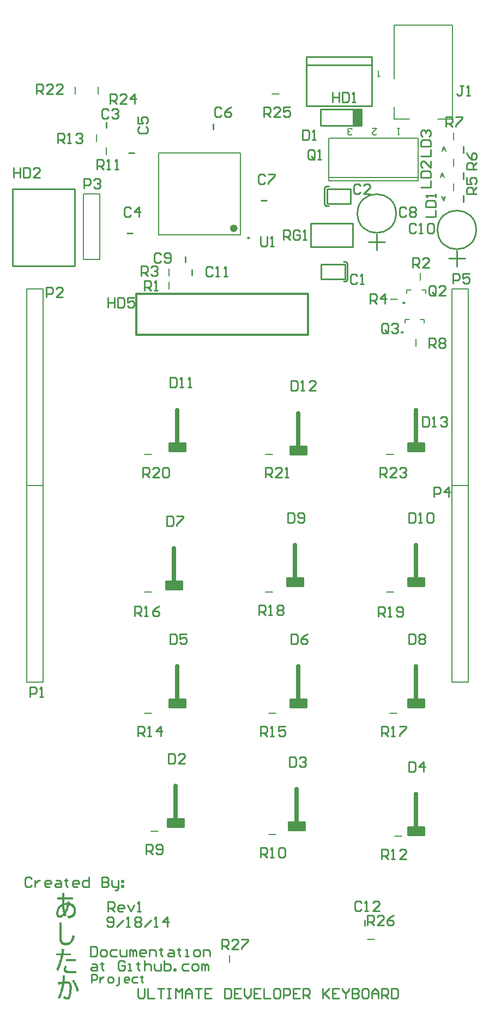
<source format=gto>
%FSLAX25Y25*%
%MOIN*%
G70*
G01*
G75*
%ADD10R,0.03543X0.04331*%
%ADD11R,0.03900X0.05900*%
%ADD12R,0.12900X0.05900*%
%ADD13R,0.03937X0.05118*%
%ADD14R,0.03900X0.04300*%
%ADD15R,0.03150X0.03150*%
%ADD16R,0.08661X0.09843*%
%ADD17R,0.07874X0.01969*%
%ADD18O,0.02165X0.06890*%
%ADD19O,0.06890X0.02165*%
%ADD20R,0.03150X0.06299*%
%ADD21R,0.04300X0.03900*%
%ADD22R,0.05118X0.03937*%
%ADD23C,0.00800*%
%ADD24C,0.02000*%
%ADD25C,0.02500*%
%ADD26C,0.01000*%
%ADD27C,0.01200*%
%ADD28C,0.10000*%
%ADD29C,0.09055*%
%ADD30R,0.09055X0.09055*%
%ADD31O,0.17716X0.07874*%
%ADD32O,0.15748X0.07874*%
%ADD33O,0.07874X0.15748*%
%ADD34C,0.05906*%
%ADD35C,0.05906*%
%ADD36C,0.06000*%
%ADD37O,0.07000X0.13000*%
%ADD38C,0.08000*%
%ADD39R,0.07000X0.13000*%
%ADD40C,0.06200*%
%ADD41R,0.06200X0.06200*%
%ADD42R,0.05906X0.05906*%
%ADD43R,0.06000X0.06000*%
%ADD44C,0.03543*%
%ADD45R,0.10000X0.07000*%
%ADD46O,0.10000X0.07000*%
%ADD47C,0.08700*%
%ADD48C,0.15700*%
%ADD49R,0.10000X0.07000*%
%ADD50C,0.05000*%
%ADD51C,0.00984*%
%ADD52C,0.02362*%
%ADD53C,0.00787*%
%ADD54C,0.00591*%
G36*
X233019Y203659D02*
X238273D01*
Y202351D01*
X233019D01*
Y200066D01*
X233058D01*
X233175Y200085D01*
X233351Y200105D01*
X233586Y200144D01*
X233878Y200183D01*
X234191Y200222D01*
X234542Y200242D01*
X234894Y200281D01*
Y200300D01*
X234914Y200359D01*
Y200457D01*
X234933Y200593D01*
Y200749D01*
X234953Y200945D01*
Y201140D01*
Y201374D01*
X236339Y201101D01*
Y201081D01*
X236320Y201023D01*
Y200945D01*
X236300Y200828D01*
X236281Y200710D01*
X236242Y200554D01*
X236203Y200203D01*
X236222D01*
X236281Y200183D01*
X236378Y200164D01*
X236496Y200144D01*
X236652Y200105D01*
X236828Y200046D01*
X237218Y199910D01*
X237667Y199734D01*
X238117Y199519D01*
X238566Y199226D01*
X238761Y199070D01*
X238956Y198894D01*
X238976Y198875D01*
X239015Y198836D01*
X239073Y198757D01*
X239152Y198660D01*
X239249Y198543D01*
X239347Y198386D01*
X239464Y198211D01*
X239581Y198015D01*
X239679Y197781D01*
X239796Y197527D01*
X239894Y197254D01*
X239972Y196961D01*
X240050Y196648D01*
X240109Y196316D01*
X240128Y195945D01*
Y195574D01*
Y195554D01*
Y195476D01*
Y195379D01*
X240109Y195222D01*
X240089Y195047D01*
X240070Y194832D01*
X240031Y194617D01*
X239991Y194363D01*
X239855Y193836D01*
X239659Y193289D01*
X239542Y193016D01*
X239405Y192762D01*
X239230Y192508D01*
X239035Y192273D01*
X239015Y192254D01*
X238976Y192215D01*
X238917Y192156D01*
X238820Y192078D01*
X238702Y191981D01*
X238566Y191863D01*
X238390Y191746D01*
X238195Y191609D01*
X237960Y191473D01*
X237706Y191336D01*
X237414Y191199D01*
X237101Y191063D01*
X236769Y190945D01*
X236398Y190828D01*
X236007Y190711D01*
X235578Y190633D01*
X234816Y192137D01*
X234836D01*
X234914Y192156D01*
X235011Y192176D01*
X235168Y192195D01*
X235343Y192215D01*
X235539Y192273D01*
X235753Y192313D01*
X235988Y192371D01*
X236476Y192508D01*
X236984Y192683D01*
X237199Y192801D01*
X237414Y192918D01*
X237609Y193035D01*
X237785Y193172D01*
X237804Y193191D01*
X237824Y193211D01*
X237882Y193270D01*
X237941Y193328D01*
X238019Y193426D01*
X238097Y193543D01*
X238195Y193680D01*
X238292Y193836D01*
X238370Y194031D01*
X238468Y194246D01*
X238527Y194480D01*
X238605Y194734D01*
X238644Y195027D01*
X238683Y195340D01*
X238702Y195691D01*
X238683Y196062D01*
Y196082D01*
X238663Y196160D01*
Y196277D01*
X238624Y196433D01*
X238566Y196609D01*
X238507Y196824D01*
X238409Y197039D01*
X238292Y197273D01*
X238136Y197508D01*
X237960Y197761D01*
X237726Y197996D01*
X237472Y198230D01*
X237160Y198425D01*
X236808Y198621D01*
X236398Y198777D01*
X235929Y198894D01*
Y198855D01*
X235910Y198757D01*
X235871Y198601D01*
X235812Y198386D01*
X235753Y198132D01*
X235656Y197820D01*
X235558Y197488D01*
X235460Y197117D01*
X235324Y196726D01*
X235187Y196316D01*
X234855Y195476D01*
X234464Y194637D01*
X234230Y194246D01*
X233996Y193855D01*
Y193836D01*
X234035Y193758D01*
X234074Y193660D01*
X234132Y193523D01*
X234210Y193367D01*
X234289Y193191D01*
X234484Y192820D01*
X233371Y191863D01*
Y191883D01*
X233351Y191922D01*
X233312Y192000D01*
X233273Y192078D01*
X233136Y192313D01*
X232961Y192605D01*
X232941Y192586D01*
X232902Y192547D01*
X232824Y192469D01*
X232726Y192371D01*
X232590Y192254D01*
X232453Y192137D01*
X232277Y192000D01*
X232082Y191863D01*
X231652Y191590D01*
X231183Y191356D01*
X230929Y191258D01*
X230676Y191180D01*
X230402Y191141D01*
X230129Y191121D01*
X230090D01*
X229992Y191141D01*
X229836Y191160D01*
X229641Y191219D01*
X229406Y191297D01*
X229172Y191434D01*
X228918Y191609D01*
X228684Y191863D01*
X228644Y191902D01*
X228566Y192019D01*
X228469Y192215D01*
X228351Y192469D01*
X228215Y192820D01*
X228117Y193230D01*
X228059Y193699D01*
Y194265D01*
Y194285D01*
Y194344D01*
X228078Y194422D01*
X228098Y194539D01*
X228117Y194695D01*
X228137Y194871D01*
X228176Y195066D01*
X228234Y195262D01*
X228351Y195730D01*
X228527Y196257D01*
X228742Y196785D01*
X229016Y197312D01*
X229035Y197332D01*
X229055Y197390D01*
X229113Y197468D01*
X229191Y197566D01*
X229289Y197703D01*
X229406Y197859D01*
X229543Y198015D01*
X229719Y198191D01*
X230090Y198582D01*
X230539Y198972D01*
X231066Y199343D01*
X231652Y199656D01*
Y202351D01*
X228527D01*
Y203659D01*
X231652D01*
Y206355D01*
X233019D01*
Y203659D01*
D02*
G37*
G36*
X231367Y178926D02*
Y178906D01*
Y178847D01*
Y178769D01*
X231387Y178652D01*
Y178515D01*
X231406Y178340D01*
X231445Y177988D01*
X231523Y177578D01*
X231641Y177187D01*
X231777Y176816D01*
X231875Y176640D01*
X231992Y176504D01*
X232031Y176484D01*
X232129Y176406D01*
X232187Y176367D01*
X232285Y176309D01*
X232402Y176250D01*
X232539Y176211D01*
X232715Y176152D01*
X232890Y176094D01*
X233105Y176055D01*
X233340Y176016D01*
X233594Y175977D01*
X233887Y175957D01*
X234609D01*
X234687Y175977D01*
X234804Y175996D01*
X234922Y176016D01*
X235078Y176055D01*
X235410Y176152D01*
X235781Y176328D01*
X235976Y176445D01*
X236172Y176582D01*
X236367Y176738D01*
X236562Y176914D01*
X236738Y177109D01*
X236894Y177344D01*
Y177363D01*
X236933Y177402D01*
X236972Y177461D01*
X237011Y177558D01*
X237089Y177676D01*
X237148Y177812D01*
X237226Y177988D01*
X237304Y178183D01*
X237402Y178398D01*
X237480Y178652D01*
X237578Y178926D01*
X237656Y179238D01*
X237734Y179570D01*
X237812Y179922D01*
X237871Y180312D01*
X237929Y180722D01*
X239453Y180039D01*
Y180019D01*
X239433Y179980D01*
Y179902D01*
X239413Y179804D01*
X239374Y179668D01*
X239335Y179511D01*
X239296Y179355D01*
X239238Y179160D01*
X239101Y178730D01*
X238925Y178261D01*
X238710Y177734D01*
X238437Y177226D01*
X238105Y176699D01*
X237714Y176172D01*
X237285Y175703D01*
X236777Y175273D01*
X236484Y175078D01*
X236191Y174922D01*
X235859Y174766D01*
X235527Y174629D01*
X235175Y174531D01*
X234804Y174453D01*
X234394Y174414D01*
X233984Y174395D01*
X233633D01*
X233437Y174414D01*
X233242Y174434D01*
X233008Y174453D01*
X232773Y174492D01*
X232265Y174609D01*
X231992Y174688D01*
X231738Y174785D01*
X231504Y174902D01*
X231270Y175059D01*
X231055Y175215D01*
X230879Y175410D01*
Y175430D01*
X230840Y175469D01*
X230801Y175527D01*
X230742Y175605D01*
X230684Y175723D01*
X230625Y175859D01*
X230547Y176035D01*
X230469Y176230D01*
X230371Y176465D01*
X230293Y176719D01*
X230215Y177012D01*
X230156Y177324D01*
X230098Y177676D01*
X230039Y178066D01*
X230000Y178476D01*
X229980Y178926D01*
Y188456D01*
X231367D01*
Y178926D01*
D02*
G37*
G36*
X453000Y241500D02*
X443000D01*
Y246500D01*
X453000D01*
Y241500D01*
D02*
G37*
G36*
X306000Y246500D02*
X296000D01*
Y251500D01*
X306000D01*
Y246500D01*
D02*
G37*
G36*
X380000Y244500D02*
X370000D01*
Y249500D01*
X380000D01*
Y244500D01*
D02*
G37*
G36*
X238667Y153484D02*
X238745Y153405D01*
X238863Y153249D01*
X239019Y153034D01*
X239214Y152761D01*
X239429Y152429D01*
X239663Y152058D01*
X239917Y151628D01*
X240191Y151140D01*
X240464Y150613D01*
X240738Y150046D01*
X241011Y149441D01*
X241284Y148777D01*
X241538Y148093D01*
X241753Y147371D01*
X241968Y146609D01*
X240581Y146004D01*
Y146023D01*
X240562Y146082D01*
X240542Y146179D01*
X240503Y146316D01*
X240464Y146492D01*
X240406Y146687D01*
X240347Y146922D01*
X240269Y147156D01*
X240191Y147429D01*
X240093Y147722D01*
X239898Y148347D01*
X239644Y149031D01*
X239351Y149714D01*
Y149734D01*
X239312Y149793D01*
X239273Y149890D01*
X239214Y150007D01*
X239136Y150163D01*
X239058Y150320D01*
X238960Y150515D01*
X238843Y150730D01*
X238570Y151199D01*
X238277Y151667D01*
X237925Y152156D01*
X237554Y152624D01*
X238648Y153523D01*
X238667Y153484D01*
D02*
G37*
G36*
X233472Y155808D02*
Y155788D01*
Y155710D01*
Y155612D01*
X233453Y155476D01*
Y155300D01*
X233433Y155085D01*
Y154851D01*
X233414Y154597D01*
X233375Y154050D01*
X233316Y153445D01*
X233238Y152820D01*
X233140Y152214D01*
X233297D01*
X233414Y152234D01*
X233687D01*
X234039Y152253D01*
X234410D01*
X234781Y152273D01*
X235504D01*
X235601Y152253D01*
X235738Y152214D01*
X235914Y152156D01*
X236089Y152077D01*
X236285Y151980D01*
X236480Y151843D01*
X236675Y151667D01*
X236871Y151433D01*
X237066Y151179D01*
X237222Y150847D01*
X237359Y150476D01*
X237456Y150046D01*
X237535Y149539D01*
X237554Y148972D01*
Y148953D01*
Y148894D01*
Y148777D01*
Y148640D01*
Y148464D01*
X237535Y148269D01*
Y148035D01*
X237515Y147761D01*
X237496Y147488D01*
X237476Y147176D01*
X237417Y146531D01*
X237339Y145828D01*
X237242Y145105D01*
X237105Y144383D01*
X236929Y143680D01*
X236714Y143016D01*
X236597Y142723D01*
X236480Y142430D01*
X236343Y142176D01*
X236187Y141922D01*
X236011Y141727D01*
X235836Y141531D01*
X235660Y141395D01*
X235445Y141277D01*
X235230Y141219D01*
X234996Y141180D01*
X234878D01*
X234800Y141199D01*
X234703Y141219D01*
X234566Y141238D01*
X234254Y141316D01*
X233882Y141434D01*
X233453Y141609D01*
X233219Y141727D01*
X232965Y141863D01*
X232711Y142019D01*
X232437Y142195D01*
X233062Y143504D01*
X233082D01*
X233101Y143465D01*
X233219Y143367D01*
X233394Y143211D01*
X233629Y143055D01*
X233902Y142898D01*
X234195Y142742D01*
X234527Y142645D01*
X234683Y142625D01*
X234859Y142605D01*
X234878D01*
X234957Y142645D01*
X235074Y142703D01*
X235132Y142762D01*
X235210Y142840D01*
X235289Y142937D01*
X235367Y143055D01*
X235445Y143211D01*
X235523Y143406D01*
X235601Y143621D01*
X235679Y143855D01*
X235757Y144148D01*
X235816Y144480D01*
Y144500D01*
X235836Y144558D01*
X235855Y144656D01*
X235875Y144793D01*
X235894Y144969D01*
X235933Y145164D01*
X235953Y145398D01*
X235992Y145652D01*
X236031Y145925D01*
X236050Y146238D01*
X236089Y146551D01*
X236109Y146902D01*
X236148Y147625D01*
X236168Y148406D01*
Y148425D01*
Y148464D01*
Y148543D01*
Y148660D01*
Y148777D01*
X236148Y148914D01*
X236128Y149246D01*
X236109Y149597D01*
X236050Y149949D01*
X235992Y150281D01*
X235933Y150437D01*
X235894Y150554D01*
Y150574D01*
X235855Y150632D01*
X235796Y150710D01*
X235738Y150808D01*
X235640Y150886D01*
X235523Y150964D01*
X235367Y151023D01*
X235210Y151042D01*
X235113D01*
X234976Y151023D01*
X234781D01*
X234644Y151003D01*
X234488Y150984D01*
X234312Y150964D01*
X234097Y150945D01*
X233863Y150925D01*
X233609Y150906D01*
X233316Y150867D01*
X233004Y150828D01*
Y150808D01*
Y150769D01*
X232984Y150691D01*
X232965Y150593D01*
X232945Y150476D01*
X232926Y150320D01*
X232887Y150144D01*
X232847Y149949D01*
X232808Y149734D01*
X232769Y149480D01*
X232652Y148953D01*
X232515Y148347D01*
X232359Y147703D01*
X232164Y147000D01*
X231969Y146257D01*
X231715Y145476D01*
X231461Y144695D01*
X231168Y143894D01*
X230836Y143094D01*
X230484Y142293D01*
X230094Y141531D01*
X228980Y142273D01*
X229000Y142313D01*
X229059Y142430D01*
X229156Y142605D01*
X229273Y142859D01*
X229430Y143191D01*
X229586Y143582D01*
X229781Y144031D01*
X229977Y144558D01*
X230191Y145125D01*
X230387Y145769D01*
X230602Y146453D01*
X230816Y147176D01*
X231012Y147976D01*
X231207Y148816D01*
X231383Y149695D01*
X231539Y150613D01*
X231480D01*
X231422Y150593D01*
X231324D01*
X231226Y150574D01*
X231090Y150554D01*
X230797Y150535D01*
X230445Y150496D01*
X230074Y150437D01*
X229273Y150339D01*
X228980Y151804D01*
X229254D01*
X229371Y151824D01*
X229508D01*
X229664Y151843D01*
X229840Y151863D01*
X230055D01*
X230289Y151902D01*
X230523Y151921D01*
X230797Y151960D01*
X231090Y151980D01*
X231422Y152038D01*
X231754Y152077D01*
Y152097D01*
Y152156D01*
X231773Y152253D01*
X231793Y152390D01*
Y152566D01*
X231812Y152761D01*
X231832Y152976D01*
X231871Y153230D01*
X231890Y153503D01*
X231910Y153816D01*
X231929Y154128D01*
X231949Y154460D01*
X231988Y155183D01*
X232027Y155944D01*
X233472Y155808D01*
D02*
G37*
G36*
X234562Y161437D02*
Y161418D01*
X234523Y161398D01*
X234445Y161281D01*
X234347Y161086D01*
X234230Y160851D01*
X234093Y160578D01*
X233996Y160285D01*
X233937Y159953D01*
Y159641D01*
Y159621D01*
X233957Y159601D01*
X233996Y159484D01*
X234074Y159348D01*
X234152Y159250D01*
X234230Y159172D01*
X234347Y159074D01*
X234484Y158996D01*
X234640Y158898D01*
X234836Y158840D01*
X235050Y158781D01*
X235304Y158723D01*
X235597Y158703D01*
X235929Y158684D01*
X240284D01*
Y157180D01*
X235656D01*
X235558Y157199D01*
X235421D01*
X235285Y157219D01*
X234953Y157258D01*
X234582Y157355D01*
X234191Y157473D01*
X233800Y157629D01*
X233449Y157863D01*
X233429Y157883D01*
X233410Y157902D01*
X233293Y158019D01*
X233136Y158195D01*
X232941Y158430D01*
X232785Y158742D01*
X232629Y159113D01*
X232590Y159309D01*
X232551Y159523D01*
X232531Y159758D01*
X232551Y159992D01*
Y160012D01*
Y160051D01*
X232570Y160109D01*
X232590Y160187D01*
X232648Y160402D01*
X232726Y160695D01*
X232843Y161027D01*
X233019Y161398D01*
X233254Y161789D01*
X233527Y162199D01*
X234562Y161437D01*
D02*
G37*
G36*
X239874Y164757D02*
X233859D01*
Y166066D01*
X239874D01*
Y164757D01*
D02*
G37*
G36*
X232961Y172081D02*
Y172062D01*
Y172022D01*
X232941Y171944D01*
Y171866D01*
X232922Y171730D01*
X232902Y171593D01*
X232863Y171261D01*
X232824Y170870D01*
X232765Y170421D01*
X232707Y169933D01*
X232629Y169445D01*
X236906D01*
Y168136D01*
X232355D01*
Y168116D01*
X232336Y168078D01*
Y167999D01*
X232316Y167902D01*
X232277Y167765D01*
X232238Y167628D01*
X232199Y167433D01*
X232160Y167238D01*
X232101Y167023D01*
X232043Y166769D01*
X231926Y166242D01*
X231769Y165636D01*
X231574Y164972D01*
X231379Y164250D01*
X231144Y163488D01*
X230890Y162707D01*
X230597Y161906D01*
X230305Y161086D01*
X229973Y160285D01*
X229602Y159465D01*
X229230Y158684D01*
X228000Y159582D01*
Y159601D01*
X228019Y159621D01*
X228059Y159680D01*
X228098Y159758D01*
X228137Y159855D01*
X228195Y159953D01*
X228332Y160246D01*
X228488Y160598D01*
X228684Y161008D01*
X228879Y161496D01*
X229113Y162043D01*
X229348Y162648D01*
X229582Y163312D01*
X229816Y164015D01*
X230070Y164757D01*
X230285Y165558D01*
X230500Y166378D01*
X230715Y167238D01*
X230890Y168136D01*
X228137D01*
Y169445D01*
X231105D01*
Y169464D01*
X231125Y169503D01*
Y169581D01*
X231144Y169699D01*
X231164Y169835D01*
X231203Y169991D01*
X231222Y170167D01*
X231261Y170362D01*
X231320Y170792D01*
X231379Y171300D01*
X231418Y171808D01*
X231457Y172354D01*
X232961Y172081D01*
D02*
G37*
G36*
X381000Y474000D02*
X371000D01*
Y479000D01*
X381000D01*
Y474000D01*
D02*
G37*
G36*
X453000Y393500D02*
X443000D01*
Y398500D01*
X453000D01*
Y393500D01*
D02*
G37*
G36*
X379000D02*
X369000D01*
Y398500D01*
X379000D01*
Y393500D01*
D02*
G37*
G36*
X414500Y674500D02*
X409500D01*
Y684500D01*
X414500D01*
Y674500D01*
D02*
G37*
G36*
X453000Y476000D02*
X443000D01*
Y481000D01*
X453000D01*
Y476000D01*
D02*
G37*
G36*
X307000D02*
X297000D01*
Y481000D01*
X307000D01*
Y476000D01*
D02*
G37*
G36*
X381000Y319500D02*
X371000D01*
Y324500D01*
X381000D01*
Y319500D01*
D02*
G37*
G36*
X453000D02*
X443000D01*
Y324500D01*
X453000D01*
Y319500D01*
D02*
G37*
G36*
X305000Y391500D02*
X295000D01*
Y396500D01*
X305000D01*
Y391500D01*
D02*
G37*
G36*
X307000Y319500D02*
X297000D01*
Y324500D01*
X307000D01*
Y319500D01*
D02*
G37*
%LPC*%
G36*
X231652Y198211D02*
X231633D01*
X231613Y198171D01*
X231555Y198132D01*
X231476Y198093D01*
X231301Y197937D01*
X231066Y197761D01*
X230812Y197527D01*
X230539Y197273D01*
X230285Y196980D01*
X230051Y196687D01*
Y196668D01*
X230012Y196629D01*
X229973Y196551D01*
X229934Y196453D01*
X229855Y196336D01*
X229797Y196199D01*
X229719Y196023D01*
X229641Y195828D01*
X229504Y195398D01*
X229387Y194910D01*
X229309Y194363D01*
X229289Y194070D01*
Y193777D01*
Y193758D01*
Y193738D01*
X229309Y193602D01*
X229348Y193426D01*
X229406Y193230D01*
X229504Y193016D01*
X229641Y192820D01*
X229816Y192683D01*
X229934Y192625D01*
X230051Y192605D01*
X230246D01*
X230363Y192625D01*
X230480Y192645D01*
X230793Y192723D01*
X230949Y192801D01*
X231144Y192879D01*
X231340Y192996D01*
X231535Y193133D01*
X231750Y193308D01*
X231965Y193504D01*
X232179Y193719D01*
X232394Y193992D01*
Y194012D01*
X232375Y194090D01*
X232336Y194207D01*
X232297Y194363D01*
X232238Y194558D01*
X232179Y194773D01*
X232121Y195047D01*
X232043Y195320D01*
X231984Y195633D01*
X231906Y195965D01*
X231789Y196687D01*
X231711Y197429D01*
X231652Y198211D01*
D02*
G37*
G36*
X234542Y199031D02*
X234406D01*
X234269Y199011D01*
X234074D01*
X233840Y198972D01*
X233586Y198933D01*
X233312Y198894D01*
X233019Y198816D01*
Y198406D01*
Y198386D01*
Y198347D01*
X233039Y198250D01*
Y198152D01*
Y198015D01*
X233058Y197859D01*
X233078Y197683D01*
X233097Y197488D01*
X233156Y197039D01*
X233234Y196551D01*
X233312Y196043D01*
X233429Y195515D01*
X233449Y195535D01*
X233468Y195594D01*
X233507Y195672D01*
X233566Y195789D01*
X233625Y195925D01*
X233703Y196101D01*
X233800Y196297D01*
X233878Y196531D01*
X233976Y196765D01*
X234074Y197039D01*
X234172Y197332D01*
X234250Y197644D01*
X234425Y198308D01*
X234542Y199031D01*
D02*
G37*
%LPD*%
D23*
X426000Y705115D02*
X425643Y704936D01*
X425107Y704401D01*
Y708150D01*
D25*
X448000Y478500D02*
Y501000D01*
X301000Y249000D02*
Y271500D01*
X375000Y247000D02*
Y269500D01*
X448000Y244000D02*
Y266500D01*
X302000Y322000D02*
Y344500D01*
X376000Y322000D02*
Y344500D01*
X300000Y394000D02*
Y416500D01*
X448000Y322000D02*
Y344500D01*
X374000Y396000D02*
Y418500D01*
X448000Y396000D02*
Y418500D01*
X302000Y478500D02*
Y501000D01*
X376000Y476500D02*
Y499000D01*
D26*
X484811Y611000D02*
G03*
X484811Y611000I-11811J0D01*
G01*
X435811Y621000D02*
G03*
X435811Y621000I-11811J0D01*
G01*
X383700Y600500D02*
Y615000D01*
X409300Y600500D02*
Y615000D01*
X383700Y600500D02*
X409300D01*
X383700Y615000D02*
X409300D01*
X416500Y186400D02*
Y189600D01*
X381000Y686500D02*
X421000D01*
X381000Y711500D02*
X421000D01*
X381000Y716500D02*
X421000D01*
X381000Y686500D02*
Y716500D01*
X421000Y686500D02*
Y716500D01*
X414500Y674500D02*
Y684500D01*
X409500Y674500D02*
Y684500D01*
X389500Y674500D02*
Y684500D01*
X414500D01*
X389500Y674500D02*
X414500D01*
X453000Y476000D02*
Y481000D01*
X443000Y476000D02*
Y481000D01*
Y476000D02*
X453000D01*
X443000Y481000D02*
X453000D01*
X473000Y588500D02*
Y598283D01*
X468000Y593500D02*
X478000D01*
X393000Y637500D02*
X394500D01*
X392000Y636500D02*
X393000Y637500D01*
X392000Y636000D02*
Y636500D01*
X393000Y625500D02*
X394500D01*
X392000Y626500D02*
X393000Y625500D01*
X392000Y626500D02*
Y627000D01*
Y636000D01*
X393500Y627000D02*
X408000D01*
X393500Y636000D02*
X408000D01*
X393500Y627000D02*
Y636000D01*
X408000Y627000D02*
Y636000D01*
X403500Y579500D02*
X405000D01*
X406000Y580500D01*
Y581000D01*
X403500Y591500D02*
X405000D01*
X406000Y590500D01*
Y590000D02*
Y590500D01*
Y581000D02*
Y590000D01*
X390000D02*
X404500D01*
X390000Y581000D02*
X404500D01*
Y590000D01*
X390000Y581000D02*
Y590000D01*
X258500Y673400D02*
Y676600D01*
X271400Y609000D02*
X274600D01*
X272400Y658000D02*
X275600D01*
X324000Y672400D02*
Y675600D01*
X353400Y629000D02*
X356600D01*
X424000Y598500D02*
Y608284D01*
X419000Y603500D02*
X429000D01*
X307000Y591400D02*
Y594600D01*
X311000Y583400D02*
Y586600D01*
X306000Y246500D02*
Y251500D01*
X296000Y246500D02*
Y251500D01*
Y246500D02*
X306000D01*
X296000Y251500D02*
X306000D01*
X380000Y244500D02*
Y249500D01*
X370000Y244500D02*
Y249500D01*
Y244500D02*
X380000D01*
X370000Y249500D02*
X380000D01*
X453000Y241500D02*
Y246500D01*
X443000Y241500D02*
Y246500D01*
Y241500D02*
X453000D01*
X443000Y246500D02*
X453000D01*
X307000Y319500D02*
Y324500D01*
X297000Y319500D02*
Y324500D01*
Y319500D02*
X307000D01*
X297000Y324500D02*
X307000D01*
X381000Y319500D02*
Y324500D01*
X371000Y319500D02*
Y324500D01*
Y319500D02*
X381000D01*
X371000Y324500D02*
X381000D01*
X305000Y391500D02*
Y396500D01*
X295000Y391500D02*
Y396500D01*
Y391500D02*
X305000D01*
X295000Y396500D02*
X305000D01*
X453000Y319500D02*
Y324500D01*
X443000Y319500D02*
Y324500D01*
Y319500D02*
X453000D01*
X443000Y324500D02*
X453000D01*
X379000Y393500D02*
Y398500D01*
X369000Y393500D02*
Y398500D01*
Y393500D02*
X379000D01*
X369000Y398500D02*
X379000D01*
X453000Y393500D02*
Y398500D01*
X443000Y393500D02*
Y398500D01*
Y393500D02*
X453000D01*
X443000Y398500D02*
X453000D01*
X307000Y476000D02*
Y481000D01*
X297000Y476000D02*
Y481000D01*
Y476000D02*
X307000D01*
X297000Y481000D02*
X307000D01*
X381000Y474000D02*
Y479000D01*
X371000Y474000D02*
Y479000D01*
Y474000D02*
X381000D01*
X371000Y479000D02*
X381000D01*
X430999Y549000D02*
Y552998D01*
X429999Y553998D01*
X428000D01*
X427000Y552998D01*
Y549000D01*
X428000Y548000D01*
X429999D01*
X428999Y549999D02*
X430999Y548000D01*
X429999D02*
X430999Y549000D01*
X432998Y552998D02*
X433998Y553998D01*
X435997D01*
X436997Y552998D01*
Y551999D01*
X435997Y550999D01*
X434997D01*
X435997D01*
X436997Y549999D01*
Y549000D01*
X435997Y548000D01*
X433998D01*
X432998Y549000D01*
X367000Y605000D02*
Y610998D01*
X369999D01*
X370999Y609998D01*
Y607999D01*
X369999Y606999D01*
X367000D01*
X368999D02*
X370999Y605000D01*
X376997Y609998D02*
X375997Y610998D01*
X373998D01*
X372998Y609998D01*
Y606000D01*
X373998Y605000D01*
X375997D01*
X376997Y606000D01*
Y607999D01*
X374997D01*
X378996Y605000D02*
X380995D01*
X379996D01*
Y610998D01*
X378996Y609998D01*
X385999Y655000D02*
Y658998D01*
X384999Y659998D01*
X383000D01*
X382000Y658998D01*
Y655000D01*
X383000Y654000D01*
X384999D01*
X383999Y655999D02*
X385999Y654000D01*
X384999D02*
X385999Y655000D01*
X387998Y654000D02*
X389997D01*
X388998D01*
Y659998D01*
X387998Y658998D01*
X329300Y172100D02*
Y178098D01*
X332299D01*
X333299Y177098D01*
Y175099D01*
X332299Y174099D01*
X329300D01*
X331299D02*
X333299Y172100D01*
X339297D02*
X335298D01*
X339297Y176099D01*
Y177098D01*
X338297Y178098D01*
X336298D01*
X335298Y177098D01*
X341296Y178098D02*
X345295D01*
Y177098D01*
X341296Y173100D01*
Y172100D01*
X414499Y200198D02*
X413499Y201198D01*
X411500D01*
X410500Y200198D01*
Y196200D01*
X411500Y195200D01*
X413499D01*
X414499Y196200D01*
X416498Y195200D02*
X418497D01*
X417498D01*
Y201198D01*
X416498Y200198D01*
X425495Y195200D02*
X421496D01*
X425495Y199199D01*
Y200198D01*
X424496Y201198D01*
X422496D01*
X421496Y200198D01*
X451002Y656000D02*
X457000D01*
Y659999D01*
X451002Y661998D02*
X457000D01*
Y664997D01*
X456000Y665997D01*
X452002D01*
X451002Y664997D01*
Y661998D01*
X452002Y667996D02*
X451002Y668996D01*
Y670995D01*
X452002Y671995D01*
X453001D01*
X454001Y670995D01*
Y669995D01*
Y670995D01*
X455001Y671995D01*
X456000D01*
X457000Y670995D01*
Y668996D01*
X456000Y667996D01*
X476999Y698998D02*
X474999D01*
X475999D01*
Y694000D01*
X474999Y693000D01*
X474000D01*
X473000Y694000D01*
X478998Y693000D02*
X480997D01*
X479998D01*
Y698998D01*
X478998Y697998D01*
X397000Y694998D02*
Y689000D01*
Y691999D01*
X400999D01*
Y694998D01*
Y689000D01*
X402998Y694998D02*
Y689000D01*
X405997D01*
X406997Y690000D01*
Y693998D01*
X405997Y694998D01*
X402998D01*
X408996Y689000D02*
X410995D01*
X409996D01*
Y694998D01*
X408996Y693998D01*
X259500Y569498D02*
Y563500D01*
Y566499D01*
X263499D01*
Y569498D01*
Y563500D01*
X265498Y569498D02*
Y563500D01*
X268497D01*
X269497Y564500D01*
Y568498D01*
X268497Y569498D01*
X265498D01*
X275495D02*
X271496D01*
Y566499D01*
X273496Y567499D01*
X274495D01*
X275495Y566499D01*
Y564500D01*
X274495Y563500D01*
X272496D01*
X271496Y564500D01*
X245100Y636400D02*
Y642398D01*
X248099D01*
X249099Y641398D01*
Y639399D01*
X248099Y638399D01*
X245100D01*
X251098Y641398D02*
X252098Y642398D01*
X254097D01*
X255097Y641398D01*
Y640399D01*
X254097Y639399D01*
X253097D01*
X254097D01*
X255097Y638399D01*
Y637400D01*
X254097Y636400D01*
X252098D01*
X251098Y637400D01*
X470600Y578400D02*
Y584398D01*
X473599D01*
X474599Y583398D01*
Y581399D01*
X473599Y580399D01*
X470600D01*
X480597Y584398D02*
X476598D01*
Y581399D01*
X478597Y582399D01*
X479597D01*
X480597Y581399D01*
Y579400D01*
X479597Y578400D01*
X477598D01*
X476598Y579400D01*
X202000Y648998D02*
Y643000D01*
Y645999D01*
X205999D01*
Y648998D01*
Y643000D01*
X207998Y648998D02*
Y643000D01*
X210997D01*
X211997Y644000D01*
Y647998D01*
X210997Y648998D01*
X207998D01*
X217995Y643000D02*
X213996D01*
X217995Y646999D01*
Y647998D01*
X216995Y648998D01*
X214996D01*
X213996Y647998D01*
X378500Y671998D02*
Y666000D01*
X381499D01*
X382499Y667000D01*
Y670998D01*
X381499Y671998D01*
X378500D01*
X384498Y666000D02*
X386497D01*
X385498D01*
Y671998D01*
X384498Y670998D01*
X452000Y496998D02*
Y491000D01*
X454999D01*
X455999Y492000D01*
Y495998D01*
X454999Y496998D01*
X452000D01*
X457998Y491000D02*
X459997D01*
X458998D01*
Y496998D01*
X457998Y495998D01*
X462996D02*
X463996Y496998D01*
X465996D01*
X466995Y495998D01*
Y494999D01*
X465996Y493999D01*
X464996D01*
X465996D01*
X466995Y492999D01*
Y492000D01*
X465996Y491000D01*
X463996D01*
X462996Y492000D01*
X447999Y613998D02*
X446999Y614998D01*
X445000D01*
X444000Y613998D01*
Y610000D01*
X445000Y609000D01*
X446999D01*
X447999Y610000D01*
X449998Y609000D02*
X451997D01*
X450998D01*
Y614998D01*
X449998Y613998D01*
X454996D02*
X455996Y614998D01*
X457996D01*
X458995Y613998D01*
Y610000D01*
X457996Y609000D01*
X455996D01*
X454996Y610000D01*
Y613998D01*
X353000Y606998D02*
Y602000D01*
X354000Y601000D01*
X355999D01*
X356999Y602000D01*
Y606998D01*
X358998Y601000D02*
X360997D01*
X359998D01*
Y606998D01*
X358998Y605998D01*
X413999Y637998D02*
X412999Y638998D01*
X411000D01*
X410000Y637998D01*
Y634000D01*
X411000Y633000D01*
X412999D01*
X413999Y634000D01*
X419997Y633000D02*
X415998D01*
X419997Y636999D01*
Y637998D01*
X418997Y638998D01*
X416998D01*
X415998Y637998D01*
X459000Y448000D02*
Y453998D01*
X461999D01*
X462999Y452998D01*
Y450999D01*
X461999Y449999D01*
X459000D01*
X467997Y448000D02*
Y453998D01*
X464998Y450999D01*
X468997D01*
X411999Y582998D02*
X410999Y583998D01*
X409000D01*
X408000Y582998D01*
Y579000D01*
X409000Y578000D01*
X410999D01*
X411999Y579000D01*
X413998Y578000D02*
X415997D01*
X414998D01*
Y583998D01*
X413998Y582998D01*
X259999Y683998D02*
X258999Y684998D01*
X257000D01*
X256000Y683998D01*
Y680000D01*
X257000Y679000D01*
X258999D01*
X259999Y680000D01*
X261998Y683998D02*
X262998Y684998D01*
X264997D01*
X265997Y683998D01*
Y682999D01*
X264997Y681999D01*
X263997D01*
X264997D01*
X265997Y680999D01*
Y680000D01*
X264997Y679000D01*
X262998D01*
X261998Y680000D01*
X273799Y623998D02*
X272799Y624998D01*
X270800D01*
X269800Y623998D01*
Y620000D01*
X270800Y619000D01*
X272799D01*
X273799Y620000D01*
X278797Y619000D02*
Y624998D01*
X275798Y621999D01*
X279797D01*
X279002Y673999D02*
X278002Y672999D01*
Y671000D01*
X279002Y670000D01*
X283000D01*
X284000Y671000D01*
Y672999D01*
X283000Y673999D01*
X278002Y679997D02*
Y675998D01*
X281001D01*
X280001Y677997D01*
Y678997D01*
X281001Y679997D01*
X283000D01*
X284000Y678997D01*
Y676998D01*
X283000Y675998D01*
X328999Y684998D02*
X327999Y685998D01*
X326000D01*
X325000Y684998D01*
Y681000D01*
X326000Y680000D01*
X327999D01*
X328999Y681000D01*
X334997Y685998D02*
X332997Y684998D01*
X330998Y682999D01*
Y681000D01*
X331998Y680000D01*
X333997D01*
X334997Y681000D01*
Y681999D01*
X333997Y682999D01*
X330998D01*
X355799Y643998D02*
X354799Y644998D01*
X352800D01*
X351800Y643998D01*
Y640000D01*
X352800Y639000D01*
X354799D01*
X355799Y640000D01*
X357798Y644998D02*
X361797D01*
Y643998D01*
X357798Y640000D01*
Y639000D01*
X441999Y623998D02*
X440999Y624998D01*
X439000D01*
X438000Y623998D01*
Y620000D01*
X439000Y619000D01*
X440999D01*
X441999Y620000D01*
X443998Y623998D02*
X444998Y624998D01*
X446997D01*
X447997Y623998D01*
Y622999D01*
X446997Y621999D01*
X447997Y620999D01*
Y620000D01*
X446997Y619000D01*
X444998D01*
X443998Y620000D01*
Y620999D01*
X444998Y621999D01*
X443998Y622999D01*
Y623998D01*
X444998Y621999D02*
X446997D01*
X291999Y595998D02*
X290999Y596998D01*
X289000D01*
X288000Y595998D01*
Y592000D01*
X289000Y591000D01*
X290999D01*
X291999Y592000D01*
X293998D02*
X294998Y591000D01*
X296997D01*
X297997Y592000D01*
Y595998D01*
X296997Y596998D01*
X294998D01*
X293998Y595998D01*
Y594999D01*
X294998Y593999D01*
X297997D01*
X323499Y587498D02*
X322499Y588498D01*
X320500D01*
X319500Y587498D01*
Y583500D01*
X320500Y582500D01*
X322499D01*
X323499Y583500D01*
X325498Y582500D02*
X327497D01*
X326498D01*
Y588498D01*
X325498Y587498D01*
X330496Y582500D02*
X332496D01*
X331496D01*
Y588498D01*
X330496Y587498D01*
X296500Y291398D02*
Y285400D01*
X299499D01*
X300499Y286400D01*
Y290398D01*
X299499Y291398D01*
X296500D01*
X306497Y285400D02*
X302498D01*
X306497Y289399D01*
Y290398D01*
X305497Y291398D01*
X303498D01*
X302498Y290398D01*
X370500Y289398D02*
Y283400D01*
X373499D01*
X374499Y284400D01*
Y288398D01*
X373499Y289398D01*
X370500D01*
X376498Y288398D02*
X377498Y289398D01*
X379497D01*
X380497Y288398D01*
Y287399D01*
X379497Y286399D01*
X378497D01*
X379497D01*
X380497Y285399D01*
Y284400D01*
X379497Y283400D01*
X377498D01*
X376498Y284400D01*
X443500Y286398D02*
Y280400D01*
X446499D01*
X447499Y281400D01*
Y285398D01*
X446499Y286398D01*
X443500D01*
X452497Y280400D02*
Y286398D01*
X449498Y283399D01*
X453497D01*
X297500Y364398D02*
Y358400D01*
X300499D01*
X301499Y359400D01*
Y363398D01*
X300499Y364398D01*
X297500D01*
X307497D02*
X303498D01*
Y361399D01*
X305497Y362399D01*
X306497D01*
X307497Y361399D01*
Y359400D01*
X306497Y358400D01*
X304498D01*
X303498Y359400D01*
X371500Y364398D02*
Y358400D01*
X374499D01*
X375499Y359400D01*
Y363398D01*
X374499Y364398D01*
X371500D01*
X381497D02*
X379497Y363398D01*
X377498Y361399D01*
Y359400D01*
X378498Y358400D01*
X380497D01*
X381497Y359400D01*
Y360399D01*
X380497Y361399D01*
X377498D01*
X295500Y436398D02*
Y430400D01*
X298499D01*
X299499Y431400D01*
Y435398D01*
X298499Y436398D01*
X295500D01*
X301498D02*
X305497D01*
Y435398D01*
X301498Y431400D01*
Y430400D01*
X443500Y364398D02*
Y358400D01*
X446499D01*
X447499Y359400D01*
Y363398D01*
X446499Y364398D01*
X443500D01*
X449498Y363398D02*
X450498Y364398D01*
X452497D01*
X453497Y363398D01*
Y362399D01*
X452497Y361399D01*
X453497Y360399D01*
Y359400D01*
X452497Y358400D01*
X450498D01*
X449498Y359400D01*
Y360399D01*
X450498Y361399D01*
X449498Y362399D01*
Y363398D01*
X450498Y361399D02*
X452497D01*
X369500Y438398D02*
Y432400D01*
X372499D01*
X373499Y433400D01*
Y437398D01*
X372499Y438398D01*
X369500D01*
X375498Y433400D02*
X376498Y432400D01*
X378497D01*
X379497Y433400D01*
Y437398D01*
X378497Y438398D01*
X376498D01*
X375498Y437398D01*
Y436399D01*
X376498Y435399D01*
X379497D01*
X443500Y438398D02*
Y432400D01*
X446499D01*
X447499Y433400D01*
Y437398D01*
X446499Y438398D01*
X443500D01*
X449498Y432400D02*
X451497D01*
X450498D01*
Y438398D01*
X449498Y437398D01*
X454496D02*
X455496Y438398D01*
X457495D01*
X458495Y437398D01*
Y433400D01*
X457495Y432400D01*
X455496D01*
X454496Y433400D01*
Y437398D01*
X297500Y520898D02*
Y514900D01*
X300499D01*
X301499Y515900D01*
Y519898D01*
X300499Y520898D01*
X297500D01*
X303498Y514900D02*
X305497D01*
X304498D01*
Y520898D01*
X303498Y519898D01*
X308496Y514900D02*
X310496D01*
X309496D01*
Y520898D01*
X308496Y519898D01*
X371500Y518898D02*
Y512900D01*
X374499D01*
X375499Y513900D01*
Y517898D01*
X374499Y518898D01*
X371500D01*
X377498Y512900D02*
X379497D01*
X378498D01*
Y518898D01*
X377498Y517898D01*
X386495Y512900D02*
X382496D01*
X386495Y516899D01*
Y517898D01*
X385495Y518898D01*
X383496D01*
X382496Y517898D01*
X454002Y619000D02*
X460000D01*
Y622999D01*
X454002Y624998D02*
X460000D01*
Y627997D01*
X459000Y628997D01*
X455002D01*
X454002Y627997D01*
Y624998D01*
X460000Y630996D02*
Y632996D01*
Y631996D01*
X454002D01*
X455002Y630996D01*
X451002Y637000D02*
X457000D01*
Y640999D01*
X451002Y642998D02*
X457000D01*
Y645997D01*
X456000Y646997D01*
X452002D01*
X451002Y645997D01*
Y642998D01*
X457000Y652995D02*
Y648996D01*
X453001Y652995D01*
X452002D01*
X451002Y651995D01*
Y649996D01*
X452002Y648996D01*
X459999Y572000D02*
Y575998D01*
X458999Y576998D01*
X457000D01*
X456000Y575998D01*
Y572000D01*
X457000Y571000D01*
X458999D01*
X457999Y572999D02*
X459999Y571000D01*
X458999D02*
X459999Y572000D01*
X465997Y571000D02*
X461998D01*
X465997Y574999D01*
Y575998D01*
X464997Y576998D01*
X462998D01*
X461998Y575998D01*
X282000Y574000D02*
Y579998D01*
X284999D01*
X285999Y578998D01*
Y576999D01*
X284999Y575999D01*
X282000D01*
X283999D02*
X285999Y574000D01*
X287998D02*
X289997D01*
X288998D01*
Y579998D01*
X287998Y578998D01*
X446000Y588000D02*
Y593998D01*
X448999D01*
X449999Y592998D01*
Y590999D01*
X448999Y589999D01*
X446000D01*
X447999D02*
X449999Y588000D01*
X455997D02*
X451998D01*
X455997Y591999D01*
Y592998D01*
X454997Y593998D01*
X452998D01*
X451998Y592998D01*
X280000Y583000D02*
Y588998D01*
X282999D01*
X283999Y587998D01*
Y585999D01*
X282999Y584999D01*
X280000D01*
X281999D02*
X283999Y583000D01*
X285998Y587998D02*
X286998Y588998D01*
X288997D01*
X289997Y587998D01*
Y586999D01*
X288997Y585999D01*
X287997D01*
X288997D01*
X289997Y584999D01*
Y584000D01*
X288997Y583000D01*
X286998D01*
X285998Y584000D01*
X420000Y566000D02*
Y571998D01*
X422999D01*
X423999Y570998D01*
Y568999D01*
X422999Y567999D01*
X420000D01*
X421999D02*
X423999Y566000D01*
X428997D02*
Y571998D01*
X425998Y568999D01*
X429997D01*
X485000Y633000D02*
X479002D01*
Y635999D01*
X480002Y636999D01*
X482001D01*
X483001Y635999D01*
Y633000D01*
Y634999D02*
X485000Y636999D01*
X479002Y642997D02*
Y638998D01*
X482001D01*
X481001Y640997D01*
Y641997D01*
X482001Y642997D01*
X484000D01*
X485000Y641997D01*
Y639998D01*
X484000Y638998D01*
X485000Y648000D02*
X479002D01*
Y650999D01*
X480002Y651999D01*
X482001D01*
X483001Y650999D01*
Y648000D01*
Y649999D02*
X485000Y651999D01*
X479002Y657997D02*
X480002Y655997D01*
X482001Y653998D01*
X484000D01*
X485000Y654998D01*
Y656997D01*
X484000Y657997D01*
X483001D01*
X482001Y656997D01*
Y653998D01*
X466300Y674100D02*
Y680098D01*
X469299D01*
X470299Y679098D01*
Y677099D01*
X469299Y676099D01*
X466300D01*
X468299D02*
X470299Y674100D01*
X472298Y680098D02*
X476297D01*
Y679098D01*
X472298Y675100D01*
Y674100D01*
X456000Y539000D02*
Y544998D01*
X458999D01*
X459999Y543998D01*
Y541999D01*
X458999Y540999D01*
X456000D01*
X457999D02*
X459999Y539000D01*
X461998Y543998D02*
X462998Y544998D01*
X464997D01*
X465997Y543998D01*
Y542999D01*
X464997Y541999D01*
X465997Y540999D01*
Y540000D01*
X464997Y539000D01*
X462998D01*
X461998Y540000D01*
Y540999D01*
X462998Y541999D01*
X461998Y542999D01*
Y543998D01*
X462998Y541999D02*
X464997D01*
X283000Y230000D02*
Y235998D01*
X285999D01*
X286999Y234998D01*
Y232999D01*
X285999Y231999D01*
X283000D01*
X284999D02*
X286999Y230000D01*
X288998Y231000D02*
X289998Y230000D01*
X291997D01*
X292997Y231000D01*
Y234998D01*
X291997Y235998D01*
X289998D01*
X288998Y234998D01*
Y233999D01*
X289998Y232999D01*
X292997D01*
X353000Y228000D02*
Y233998D01*
X355999D01*
X356999Y232998D01*
Y230999D01*
X355999Y229999D01*
X353000D01*
X354999D02*
X356999Y228000D01*
X358998D02*
X360997D01*
X359998D01*
Y233998D01*
X358998Y232998D01*
X363996D02*
X364996Y233998D01*
X366996D01*
X367995Y232998D01*
Y229000D01*
X366996Y228000D01*
X364996D01*
X363996Y229000D01*
Y232998D01*
X253000Y648000D02*
Y653998D01*
X255999D01*
X256999Y652998D01*
Y650999D01*
X255999Y649999D01*
X253000D01*
X254999D02*
X256999Y648000D01*
X258998D02*
X260997D01*
X259998D01*
Y653998D01*
X258998Y652998D01*
X263996Y648000D02*
X265996D01*
X264996D01*
Y653998D01*
X263996Y652998D01*
X427000Y227000D02*
Y232998D01*
X429999D01*
X430999Y231998D01*
Y229999D01*
X429999Y228999D01*
X427000D01*
X428999D02*
X430999Y227000D01*
X432998D02*
X434997D01*
X433998D01*
Y232998D01*
X432998Y231998D01*
X441995Y227000D02*
X437996D01*
X441995Y230999D01*
Y231998D01*
X440996Y232998D01*
X438996D01*
X437996Y231998D01*
X229000Y664000D02*
Y669998D01*
X231999D01*
X232999Y668998D01*
Y666999D01*
X231999Y665999D01*
X229000D01*
X230999D02*
X232999Y664000D01*
X234998D02*
X236997D01*
X235998D01*
Y669998D01*
X234998Y668998D01*
X239996D02*
X240996Y669998D01*
X242996D01*
X243995Y668998D01*
Y667999D01*
X242996Y666999D01*
X241996D01*
X242996D01*
X243995Y665999D01*
Y665000D01*
X242996Y664000D01*
X240996D01*
X239996Y665000D01*
X278000Y302000D02*
Y307998D01*
X280999D01*
X281999Y306998D01*
Y304999D01*
X280999Y303999D01*
X278000D01*
X279999D02*
X281999Y302000D01*
X283998D02*
X285997D01*
X284998D01*
Y307998D01*
X283998Y306998D01*
X291996Y302000D02*
Y307998D01*
X288996Y304999D01*
X292995D01*
X353000Y302000D02*
Y307998D01*
X355999D01*
X356999Y306998D01*
Y304999D01*
X355999Y303999D01*
X353000D01*
X354999D02*
X356999Y302000D01*
X358998D02*
X360997D01*
X359998D01*
Y307998D01*
X358998Y306998D01*
X367995Y307998D02*
X363996D01*
Y304999D01*
X365996Y305999D01*
X366996D01*
X367995Y304999D01*
Y303000D01*
X366996Y302000D01*
X364996D01*
X363996Y303000D01*
X276000Y375200D02*
Y381198D01*
X278999D01*
X279999Y380198D01*
Y378199D01*
X278999Y377199D01*
X276000D01*
X277999D02*
X279999Y375200D01*
X281998D02*
X283997D01*
X282998D01*
Y381198D01*
X281998Y380198D01*
X290995Y381198D02*
X288996Y380198D01*
X286996Y378199D01*
Y376200D01*
X287996Y375200D01*
X289996D01*
X290995Y376200D01*
Y377199D01*
X289996Y378199D01*
X286996D01*
X427000Y302000D02*
Y307998D01*
X429999D01*
X430999Y306998D01*
Y304999D01*
X429999Y303999D01*
X427000D01*
X428999D02*
X430999Y302000D01*
X432998D02*
X434997D01*
X433998D01*
Y307998D01*
X432998Y306998D01*
X437996Y307998D02*
X441995D01*
Y306998D01*
X437996Y303000D01*
Y302000D01*
X352000Y376000D02*
Y381998D01*
X354999D01*
X355999Y380998D01*
Y378999D01*
X354999Y377999D01*
X352000D01*
X353999D02*
X355999Y376000D01*
X357998D02*
X359997D01*
X358998D01*
Y381998D01*
X357998Y380998D01*
X362996D02*
X363996Y381998D01*
X365996D01*
X366995Y380998D01*
Y379999D01*
X365996Y378999D01*
X366995Y377999D01*
Y377000D01*
X365996Y376000D01*
X363996D01*
X362996Y377000D01*
Y377999D01*
X363996Y378999D01*
X362996Y379999D01*
Y380998D01*
X363996Y378999D02*
X365996D01*
X425000Y375100D02*
Y381098D01*
X427999D01*
X428999Y380098D01*
Y378099D01*
X427999Y377099D01*
X425000D01*
X426999D02*
X428999Y375100D01*
X430998D02*
X432997D01*
X431998D01*
Y381098D01*
X430998Y380098D01*
X435996Y376100D02*
X436996Y375100D01*
X438996D01*
X439995Y376100D01*
Y380098D01*
X438996Y381098D01*
X436996D01*
X435996Y380098D01*
Y379099D01*
X436996Y378099D01*
X439995D01*
X281000Y460000D02*
Y465998D01*
X283999D01*
X284999Y464998D01*
Y462999D01*
X283999Y461999D01*
X281000D01*
X282999D02*
X284999Y460000D01*
X290997D02*
X286998D01*
X290997Y463999D01*
Y464998D01*
X289997Y465998D01*
X287998D01*
X286998Y464998D01*
X292996D02*
X293996Y465998D01*
X295995D01*
X296995Y464998D01*
Y461000D01*
X295995Y460000D01*
X293996D01*
X292996Y461000D01*
Y464998D01*
X356000Y460000D02*
Y465998D01*
X358999D01*
X359999Y464998D01*
Y462999D01*
X358999Y461999D01*
X356000D01*
X357999D02*
X359999Y460000D01*
X365997D02*
X361998D01*
X365997Y463999D01*
Y464998D01*
X364997Y465998D01*
X362998D01*
X361998Y464998D01*
X367996Y460000D02*
X369995D01*
X368996D01*
Y465998D01*
X367996Y464998D01*
X216000Y694000D02*
Y699998D01*
X218999D01*
X219999Y698998D01*
Y696999D01*
X218999Y695999D01*
X216000D01*
X217999D02*
X219999Y694000D01*
X225997D02*
X221998D01*
X225997Y697999D01*
Y698998D01*
X224997Y699998D01*
X222998D01*
X221998Y698998D01*
X231995Y694000D02*
X227996D01*
X231995Y697999D01*
Y698998D01*
X230995Y699998D01*
X228996D01*
X227996Y698998D01*
X426000Y460000D02*
Y465998D01*
X428999D01*
X429999Y464998D01*
Y462999D01*
X428999Y461999D01*
X426000D01*
X427999D02*
X429999Y460000D01*
X435997D02*
X431998D01*
X435997Y463999D01*
Y464998D01*
X434997Y465998D01*
X432998D01*
X431998Y464998D01*
X437996D02*
X438996Y465998D01*
X440995D01*
X441995Y464998D01*
Y463999D01*
X440995Y462999D01*
X439995D01*
X440995D01*
X441995Y461999D01*
Y461000D01*
X440995Y460000D01*
X438996D01*
X437996Y461000D01*
X261000Y688000D02*
Y693998D01*
X263999D01*
X264999Y692998D01*
Y690999D01*
X263999Y689999D01*
X261000D01*
X262999D02*
X264999Y688000D01*
X270997D02*
X266998D01*
X270997Y691999D01*
Y692998D01*
X269997Y693998D01*
X267998D01*
X266998Y692998D01*
X275995Y688000D02*
Y693998D01*
X272996Y690999D01*
X276995D01*
X355000Y680000D02*
Y685998D01*
X357999D01*
X358999Y684998D01*
Y682999D01*
X357999Y681999D01*
X355000D01*
X356999D02*
X358999Y680000D01*
X364997D02*
X360998D01*
X364997Y683999D01*
Y684998D01*
X363997Y685998D01*
X361998D01*
X360998Y684998D01*
X370995Y685998D02*
X366996D01*
Y682999D01*
X368995Y683999D01*
X369995D01*
X370995Y682999D01*
Y681000D01*
X369995Y680000D01*
X367996D01*
X366996Y681000D01*
X418400Y186700D02*
Y192698D01*
X421399D01*
X422399Y191698D01*
Y189699D01*
X421399Y188699D01*
X418400D01*
X420399D02*
X422399Y186700D01*
X428397D02*
X424398D01*
X428397Y190699D01*
Y191698D01*
X427397Y192698D01*
X425398D01*
X424398Y191698D01*
X434395Y192698D02*
X432396Y191698D01*
X430396Y189699D01*
Y187700D01*
X431396Y186700D01*
X433395D01*
X434395Y187700D01*
Y188699D01*
X433395Y189699D01*
X430396D01*
X212000Y326000D02*
Y331998D01*
X214999D01*
X215999Y330998D01*
Y328999D01*
X214999Y327999D01*
X212000D01*
X217998Y326000D02*
X219997D01*
X218998D01*
Y331998D01*
X217998Y330998D01*
X222000Y570000D02*
Y575998D01*
X224999D01*
X225999Y574998D01*
Y572999D01*
X224999Y571999D01*
X222000D01*
X231997Y570000D02*
X227998D01*
X231997Y573999D01*
Y574998D01*
X230997Y575998D01*
X228998D01*
X227998Y574998D01*
X249500Y151500D02*
Y156498D01*
X251999D01*
X252832Y155665D01*
Y153999D01*
X251999Y153166D01*
X249500D01*
X254498Y154832D02*
Y151500D01*
Y153166D01*
X255331Y153999D01*
X256165Y154832D01*
X256998D01*
X260330Y151500D02*
X261996D01*
X262829Y152333D01*
Y153999D01*
X261996Y154832D01*
X260330D01*
X259497Y153999D01*
Y152333D01*
X260330Y151500D01*
X264495Y149834D02*
X265328D01*
X266161Y150667D01*
Y154832D01*
X271993Y151500D02*
X270327D01*
X269494Y152333D01*
Y153999D01*
X270327Y154832D01*
X271993D01*
X272826Y153999D01*
Y153166D01*
X269494D01*
X277824Y154832D02*
X275325D01*
X274492Y153999D01*
Y152333D01*
X275325Y151500D01*
X277824D01*
X280323Y155665D02*
Y154832D01*
X279490D01*
X281156D01*
X280323D01*
Y152333D01*
X281156Y151500D01*
X250000Y162999D02*
X251999D01*
X252999Y161999D01*
Y159000D01*
X250000D01*
X249000Y160000D01*
X250000Y160999D01*
X252999D01*
X255998Y163998D02*
Y162999D01*
X254998D01*
X256997D01*
X255998D01*
Y160000D01*
X256997Y159000D01*
X269993Y163998D02*
X268993Y164998D01*
X266994D01*
X265995Y163998D01*
Y160000D01*
X266994Y159000D01*
X268993D01*
X269993Y160000D01*
Y161999D01*
X267994D01*
X271993Y159000D02*
X273992D01*
X272992D01*
Y162999D01*
X271993D01*
X277991Y163998D02*
Y162999D01*
X276991D01*
X278990D01*
X277991D01*
Y160000D01*
X278990Y159000D01*
X281989Y164998D02*
Y159000D01*
Y161999D01*
X282989Y162999D01*
X284988D01*
X285988Y161999D01*
Y159000D01*
X287987Y162999D02*
Y160000D01*
X288987Y159000D01*
X291986D01*
Y162999D01*
X293985Y164998D02*
Y159000D01*
X296985D01*
X297984Y160000D01*
Y160999D01*
Y161999D01*
X296985Y162999D01*
X293985D01*
X299984Y159000D02*
Y160000D01*
X300983D01*
Y159000D01*
X299984D01*
X308981Y162999D02*
X305982D01*
X304982Y161999D01*
Y160000D01*
X305982Y159000D01*
X308981D01*
X311980D02*
X313979D01*
X314979Y160000D01*
Y161999D01*
X313979Y162999D01*
X311980D01*
X310980Y161999D01*
Y160000D01*
X311980Y159000D01*
X316978D02*
Y162999D01*
X317978D01*
X318977Y161999D01*
Y159000D01*
Y161999D01*
X319977Y162999D01*
X320977Y161999D01*
Y159000D01*
X249000Y173498D02*
Y167500D01*
X251999D01*
X252999Y168500D01*
Y172498D01*
X251999Y173498D01*
X249000D01*
X255998Y167500D02*
X257997D01*
X258997Y168500D01*
Y170499D01*
X257997Y171499D01*
X255998D01*
X254998Y170499D01*
Y168500D01*
X255998Y167500D01*
X264995Y171499D02*
X261996D01*
X260996Y170499D01*
Y168500D01*
X261996Y167500D01*
X264995D01*
X266994Y171499D02*
Y168500D01*
X267994Y167500D01*
X270993D01*
Y171499D01*
X272992Y167500D02*
Y171499D01*
X273992D01*
X274992Y170499D01*
Y167500D01*
Y170499D01*
X275991Y171499D01*
X276991Y170499D01*
Y167500D01*
X281989D02*
X279990D01*
X278990Y168500D01*
Y170499D01*
X279990Y171499D01*
X281989D01*
X282989Y170499D01*
Y169499D01*
X278990D01*
X284988Y167500D02*
Y171499D01*
X287987D01*
X288987Y170499D01*
Y167500D01*
X291986Y172498D02*
Y171499D01*
X290986D01*
X292986D01*
X291986D01*
Y168500D01*
X292986Y167500D01*
X296985Y171499D02*
X298984D01*
X299984Y170499D01*
Y167500D01*
X296985D01*
X295985Y168500D01*
X296985Y169499D01*
X299984D01*
X302982Y172498D02*
Y171499D01*
X301983D01*
X303982D01*
X302982D01*
Y168500D01*
X303982Y167500D01*
X306981D02*
X308981D01*
X307981D01*
Y171499D01*
X306981D01*
X312979Y167500D02*
X314979D01*
X315978Y168500D01*
Y170499D01*
X314979Y171499D01*
X312979D01*
X311980Y170499D01*
Y168500D01*
X312979Y167500D01*
X317978D02*
Y171499D01*
X320977D01*
X321976Y170499D01*
Y167500D01*
X212999Y214998D02*
X211999Y215998D01*
X210000D01*
X209000Y214998D01*
Y211000D01*
X210000Y210000D01*
X211999D01*
X212999Y211000D01*
X214998Y213999D02*
Y210000D01*
Y211999D01*
X215998Y212999D01*
X216997Y213999D01*
X217997D01*
X223995Y210000D02*
X221996D01*
X220996Y211000D01*
Y212999D01*
X221996Y213999D01*
X223995D01*
X224995Y212999D01*
Y211999D01*
X220996D01*
X227994Y213999D02*
X229993D01*
X230993Y212999D01*
Y210000D01*
X227994D01*
X226994Y211000D01*
X227994Y211999D01*
X230993D01*
X233992Y214998D02*
Y213999D01*
X232992D01*
X234992D01*
X233992D01*
Y211000D01*
X234992Y210000D01*
X240990D02*
X238990D01*
X237991Y211000D01*
Y212999D01*
X238990Y213999D01*
X240990D01*
X241989Y212999D01*
Y211999D01*
X237991D01*
X247987Y215998D02*
Y210000D01*
X244988D01*
X243989Y211000D01*
Y212999D01*
X244988Y213999D01*
X247987D01*
X255985Y215998D02*
Y210000D01*
X258984D01*
X259983Y211000D01*
Y211999D01*
X258984Y212999D01*
X255985D01*
X258984D01*
X259983Y213999D01*
Y214998D01*
X258984Y215998D01*
X255985D01*
X261983Y213999D02*
Y211000D01*
X262983Y210000D01*
X265982D01*
Y209000D01*
X264982Y208001D01*
X263982D01*
X265982Y210000D02*
Y213999D01*
X267981D02*
X268981D01*
Y212999D01*
X267981D01*
Y213999D01*
Y211000D02*
X268981D01*
Y210000D01*
X267981D01*
Y211000D01*
X259000Y186500D02*
X260000Y185500D01*
X261999D01*
X262999Y186500D01*
Y190498D01*
X261999Y191498D01*
X260000D01*
X259000Y190498D01*
Y189499D01*
X260000Y188499D01*
X262999D01*
X264998Y185500D02*
X268997Y189499D01*
X270996Y185500D02*
X272995D01*
X271996D01*
Y191498D01*
X270996Y190498D01*
X275994D02*
X276994Y191498D01*
X278994D01*
X279993Y190498D01*
Y189499D01*
X278994Y188499D01*
X279993Y187499D01*
Y186500D01*
X278994Y185500D01*
X276994D01*
X275994Y186500D01*
Y187499D01*
X276994Y188499D01*
X275994Y189499D01*
Y190498D01*
X276994Y188499D02*
X278994D01*
X281993Y185500D02*
X285991Y189499D01*
X287991Y185500D02*
X289990D01*
X288990D01*
Y191498D01*
X287991Y190498D01*
X295988Y185500D02*
Y191498D01*
X292989Y188499D01*
X296988D01*
X259500Y195000D02*
Y200998D01*
X262499D01*
X263499Y199998D01*
Y197999D01*
X262499Y196999D01*
X259500D01*
X261499D02*
X263499Y195000D01*
X268497D02*
X266498D01*
X265498Y196000D01*
Y197999D01*
X266498Y198999D01*
X268497D01*
X269497Y197999D01*
Y196999D01*
X265498D01*
X271496Y198999D02*
X273496Y195000D01*
X275495Y198999D01*
X277494Y195000D02*
X279493D01*
X278494D01*
Y200998D01*
X277494Y199998D01*
X278000Y147998D02*
Y143000D01*
X279000Y142000D01*
X280999D01*
X281999Y143000D01*
Y147998D01*
X283998D02*
Y142000D01*
X287997D01*
X289996Y147998D02*
X293995D01*
X291996D01*
Y142000D01*
X295994Y147998D02*
X297993D01*
X296994D01*
Y142000D01*
X295994D01*
X297993D01*
X300993D02*
Y147998D01*
X302992Y145999D01*
X304991Y147998D01*
Y142000D01*
X306991D02*
Y145999D01*
X308990Y147998D01*
X310989Y145999D01*
Y142000D01*
Y144999D01*
X306991D01*
X312989Y147998D02*
X316987D01*
X314988D01*
Y142000D01*
X322985Y147998D02*
X318987D01*
Y142000D01*
X322985D01*
X318987Y144999D02*
X320986D01*
X330983Y147998D02*
Y142000D01*
X333982D01*
X334982Y143000D01*
Y146998D01*
X333982Y147998D01*
X330983D01*
X340980D02*
X336981D01*
Y142000D01*
X340980D01*
X336981Y144999D02*
X338980D01*
X342979Y147998D02*
Y143999D01*
X344978Y142000D01*
X346978Y143999D01*
Y147998D01*
X352976D02*
X348977D01*
Y142000D01*
X352976D01*
X348977Y144999D02*
X350976D01*
X354975Y147998D02*
Y142000D01*
X358974D01*
X363972Y147998D02*
X361973D01*
X360973Y146998D01*
Y143000D01*
X361973Y142000D01*
X363972D01*
X364972Y143000D01*
Y146998D01*
X363972Y147998D01*
X366971Y142000D02*
Y147998D01*
X369970D01*
X370970Y146998D01*
Y144999D01*
X369970Y143999D01*
X366971D01*
X376968Y147998D02*
X372969D01*
Y142000D01*
X376968D01*
X372969Y144999D02*
X374969D01*
X378967Y142000D02*
Y147998D01*
X381966D01*
X382966Y146998D01*
Y144999D01*
X381966Y143999D01*
X378967D01*
X380967D02*
X382966Y142000D01*
X390964Y147998D02*
Y142000D01*
Y143999D01*
X394962Y147998D01*
X391963Y144999D01*
X394962Y142000D01*
X400960Y147998D02*
X396961D01*
Y142000D01*
X400960D01*
X396961Y144999D02*
X398961D01*
X402960Y147998D02*
Y146998D01*
X404959Y144999D01*
X406958Y146998D01*
Y147998D01*
X404959Y144999D02*
Y142000D01*
X408958Y147998D02*
Y142000D01*
X411957D01*
X412956Y143000D01*
Y143999D01*
X411957Y144999D01*
X408958D01*
X411957D01*
X412956Y145999D01*
Y146998D01*
X411957Y147998D01*
X408958D01*
X417955D02*
X415955D01*
X414956Y146998D01*
Y143000D01*
X415955Y142000D01*
X417955D01*
X418954Y143000D01*
Y146998D01*
X417955Y147998D01*
X420954Y142000D02*
Y145999D01*
X422953Y147998D01*
X424953Y145999D01*
Y142000D01*
Y144999D01*
X420954D01*
X426952Y142000D02*
Y147998D01*
X429951D01*
X430950Y146998D01*
Y144999D01*
X429951Y143999D01*
X426952D01*
X428951D02*
X430950Y142000D01*
X432950Y147998D02*
Y142000D01*
X435949D01*
X436949Y143000D01*
Y146998D01*
X435949Y147998D01*
X432950D01*
D27*
X277000Y572000D02*
X382000D01*
X277000Y547000D02*
X382000D01*
X277000D02*
Y572000D01*
X382000Y547000D02*
Y572000D01*
D51*
X440055Y548500D02*
G03*
X440055Y548500I-492J0D01*
G01*
X346110Y606130D02*
G03*
X346110Y606130I-492J0D01*
G01*
X441055Y566500D02*
G03*
X441055Y566500I-492J0D01*
G01*
X476921Y658032D02*
Y661969D01*
X239264Y589075D02*
Y635925D01*
X201272Y589075D02*
Y635925D01*
Y589075D02*
X239264D01*
X201272Y635925D02*
X239264D01*
X476921Y628031D02*
Y631968D01*
Y642031D02*
Y645968D01*
D52*
X337744Y611937D02*
G03*
X337744Y611937I-1181J0D01*
G01*
D53*
X441335Y554327D02*
Y556295D01*
X443894D01*
X453146Y554327D02*
Y556295D01*
X450587D02*
X453146D01*
X394638Y641039D02*
Y667024D01*
X449362Y641039D02*
Y667024D01*
X394638D02*
X449362D01*
X394638Y641039D02*
X449362D01*
X394638Y643008D02*
X449362D01*
X334000Y163835D02*
Y168165D01*
X434784Y703323D02*
Y736000D01*
Y678520D02*
Y686000D01*
Y678520D02*
X443839D01*
X434784Y736000D02*
X470217D01*
Y678520D02*
Y736000D01*
X461161Y678520D02*
X470217Y678520D01*
X244500Y633000D02*
X254500D01*
Y593000D02*
Y633000D01*
X244500Y593000D02*
Y633000D01*
Y593000D02*
X254500D01*
X480000Y455000D02*
Y567500D01*
Y575000D01*
X470000D02*
X480000D01*
X470000Y455000D02*
Y575000D01*
Y455000D02*
X480000D01*
X290500Y658000D02*
X340500D01*
X290500Y608000D02*
X340500D01*
X290500D02*
Y658000D01*
X340500Y608000D02*
Y658000D01*
X480000Y335000D02*
Y447500D01*
Y455000D01*
X470000D02*
X480000D01*
X470000Y335000D02*
Y455000D01*
Y335000D02*
X480000D01*
X442335Y572327D02*
Y574295D01*
X444894D01*
X454146Y572327D02*
Y574295D01*
X451587D02*
X454146D01*
X297000Y574835D02*
Y579165D01*
X450500Y580335D02*
Y584665D01*
X297000Y582835D02*
Y587165D01*
X432335Y568500D02*
X436665D01*
X471000Y634835D02*
Y639165D01*
Y649835D02*
Y654165D01*
Y665835D02*
Y670165D01*
X448000Y539835D02*
Y544165D01*
X285835Y244000D02*
X290165D01*
X357835Y242000D02*
X362165D01*
X258500Y656835D02*
Y661165D01*
X434835Y241000D02*
X439165D01*
X252500Y664835D02*
Y669165D01*
X281835Y316000D02*
X286165D01*
X357835D02*
X362165D01*
X281835Y390000D02*
X286165D01*
X431835Y316000D02*
X436165D01*
X355835Y390000D02*
X360165D01*
X429835D02*
X434165D01*
X281835Y474000D02*
X286165D01*
X355835D02*
X360165D01*
X239500Y693835D02*
Y698165D01*
X429835Y474000D02*
X434165D01*
X253500Y693835D02*
Y698165D01*
X359835Y694000D02*
X364165D01*
X418335Y178000D02*
X422665D01*
X220000Y335000D02*
Y447500D01*
Y455000D01*
X210000D02*
X220000D01*
X210000Y335000D02*
Y455000D01*
Y335000D02*
X220000D01*
Y455000D02*
Y567500D01*
Y575000D01*
X210000D02*
X220000D01*
X210000Y455000D02*
Y575000D01*
Y455000D02*
X220000D01*
D54*
X409000Y669668D02*
X408334Y669001D01*
X407001D01*
X406334Y669668D01*
Y670334D01*
X407001Y671001D01*
X407667D01*
X407001D01*
X406334Y671667D01*
Y672334D01*
X407001Y673000D01*
X408334D01*
X409000Y672334D01*
X421334Y673000D02*
X424000D01*
X421334Y670334D01*
Y669668D01*
X422001Y669001D01*
X423334D01*
X424000Y669668D01*
X438000Y673000D02*
X436667D01*
X437334D01*
Y669001D01*
X438000Y669668D01*
X466249Y659000D02*
X465125Y661952D01*
X464000Y659000D01*
X464422Y659984D02*
X465828D01*
X463747Y631476D02*
X464871Y628524D01*
X465996Y631476D01*
X465574Y630492D02*
X464169D01*
X465249Y643000D02*
X464125Y645952D01*
X463000Y643000D01*
X463422Y643984D02*
X464827D01*
M02*

</source>
